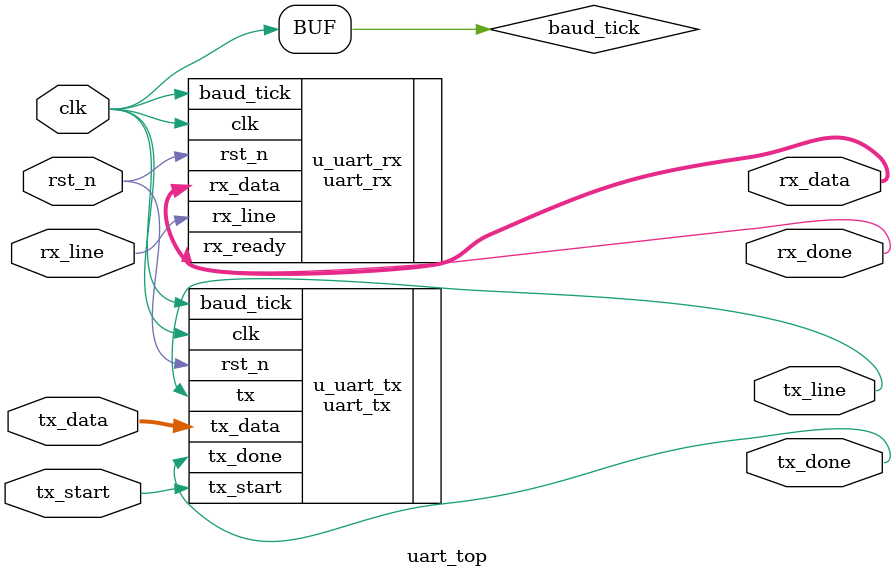
<source format=v>
`define SIM
module uart_top(
	input wire clk,  // 系統時脈(例如50MHz)
	input wire rst_n,  // 非同步reset (低有效)
	input wire [7:0] tx_data,  // 要傳送的資料
   input wire tx_start,   //傳送開始信號
	output wire tx_done,  //傳送完成訊號
   output wire tx_line,  //TX輸出線(接到UART線)

   input wire rx_line,  //RX輸入線(從UART線接收)
   output wire [7:0] rx_data,  //接收到的資料
   output wire rx_done   //接收完成訊號
);

//===分頻產生波特率時脈===
wire baud_tick;
`ifdef SIM
	assign baud_tick = clk;  //模擬時用clk當tick
`else
	baud_gen #(
	    .SYS_CLK_FREQ(50000000),  //實際clock頻率
       .BAUD_RATE(9600)
   ) u_baud_gen(
	    .clk(clk),
	    .rst_n(rst_n),
       .baud_tick(baud_tick)
        );
`endif

// === UART傳送端===
uart_tx u_uart_tx(
	  .clk(clk),
     .rst_n(rst_n),
 	  .tx_start(tx_start),
	  .tx_data(tx_data),
	  .baud_tick(baud_tick),
	  .tx_done(tx_done),
	  .tx(tx_line)
);

//=== UART 接收端===
uart_rx u_uart_rx(
	   .clk(clk),
      .rst_n(rst_n),
 	   .rx_line(rx_line),
	   .baud_tick(baud_tick),
	   .rx_data(rx_data),
	   .rx_ready(rx_done)
);
endmodule

</source>
